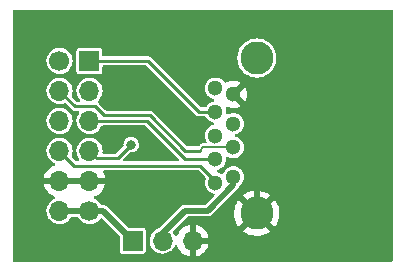
<source format=gtl>
%TF.GenerationSoftware,KiCad,Pcbnew,6.0.11-2627ca5db0~126~ubuntu22.04.1*%
%TF.CreationDate,2023-02-26T23:21:46+01:00*%
%TF.ProjectId,pmod,706d6f64-2e6b-4696-9361-645f70636258,0.7*%
%TF.SameCoordinates,Original*%
%TF.FileFunction,Copper,L1,Top*%
%TF.FilePolarity,Positive*%
%FSLAX46Y46*%
G04 Gerber Fmt 4.6, Leading zero omitted, Abs format (unit mm)*
G04 Created by KiCad (PCBNEW 6.0.11-2627ca5db0~126~ubuntu22.04.1) date 2023-02-26 23:21:46*
%MOMM*%
%LPD*%
G01*
G04 APERTURE LIST*
%TA.AperFunction,ComponentPad*%
%ADD10R,1.700000X1.700000*%
%TD*%
%TA.AperFunction,ComponentPad*%
%ADD11O,1.700000X1.700000*%
%TD*%
%TA.AperFunction,ComponentPad*%
%ADD12C,1.700000*%
%TD*%
%TA.AperFunction,ComponentPad*%
%ADD13C,1.300000*%
%TD*%
%TA.AperFunction,ComponentPad*%
%ADD14C,2.800000*%
%TD*%
%TA.AperFunction,ViaPad*%
%ADD15C,0.800000*%
%TD*%
%TA.AperFunction,Conductor*%
%ADD16C,0.250000*%
%TD*%
%TA.AperFunction,Conductor*%
%ADD17C,0.500000*%
%TD*%
%TA.AperFunction,Conductor*%
%ADD18C,0.200000*%
%TD*%
G04 APERTURE END LIST*
D10*
%TO.P,J1,1,Pin_1*%
%TO.N,/D0*%
X143212400Y-68795480D03*
D11*
%TO.P,J1,2,Pin_2*%
%TO.N,/D1*%
X143212400Y-71335480D03*
%TO.P,J1,3,Pin_3*%
%TO.N,/D2*%
X143212400Y-73875480D03*
%TO.P,J1,4,Pin_4*%
%TO.N,/D3*%
X143212400Y-76415480D03*
%TO.P,J1,5,Pin_5*%
%TO.N,GND*%
X143212400Y-78955480D03*
D12*
%TO.P,J1,6,Pin_6*%
%TO.N,/3V3*%
X143212400Y-81495480D03*
%TO.P,J1,7,Pin_7*%
%TO.N,/D4*%
X140672400Y-68795480D03*
D11*
%TO.P,J1,8,Pin_8*%
%TO.N,/D5*%
X140672400Y-71335480D03*
%TO.P,J1,9,Pin_9*%
%TO.N,/D6*%
X140672400Y-73875480D03*
%TO.P,J1,10,Pin_10*%
%TO.N,/D7*%
X140672400Y-76415480D03*
%TO.P,J1,11,Pin_11*%
%TO.N,GND*%
X140672400Y-78955480D03*
%TO.P,J1,12,Pin_12*%
%TO.N,/3V3*%
X140672400Y-81495480D03*
%TD*%
D13*
%TO.P,J2,1,VBUS*%
%TO.N,/VBUS*%
X155383000Y-78615000D03*
%TO.P,J2,2,D-*%
%TO.N,/D5*%
X155383000Y-76115000D03*
%TO.P,J2,3,D+*%
%TO.N,/D1*%
X155383000Y-74115000D03*
%TO.P,J2,4,GND*%
%TO.N,GND*%
X155383000Y-71615000D03*
%TO.P,J2,5,SSRX-*%
%TO.N,/D3*%
X153883000Y-71115000D03*
%TO.P,J2,6,SSRX+*%
%TO.N,/D0*%
X153883000Y-73115000D03*
%TO.P,J2,7,DRAIN*%
%TO.N,/D6*%
X153883000Y-75115000D03*
%TO.P,J2,8,SSTX-*%
%TO.N,/D2*%
X153883000Y-77115000D03*
%TO.P,J2,9,SSTX+*%
%TO.N,/D7*%
X153883000Y-79115000D03*
D14*
%TO.P,J2,10,SHIELD*%
%TO.N,GND*%
X157383000Y-81685000D03*
%TO.P,J2,11*%
%TO.N,N/C*%
X157383000Y-68545000D03*
%TD*%
D10*
%TO.P,JP1,1,Pin_1*%
%TO.N,/3V3*%
X146870000Y-84005000D03*
D11*
%TO.P,JP1,2,Pin_2*%
%TO.N,/VBUS*%
X149410000Y-84005000D03*
%TO.P,JP1,3,Pin_3*%
%TO.N,GND*%
X151950000Y-84005000D03*
%TD*%
D15*
%TO.N,/D3*%
X146743000Y-75877000D03*
%TO.N,GND*%
X150807000Y-73845000D03*
%TD*%
D16*
%TO.N,/D0*%
X148170480Y-68795480D02*
X152490000Y-73115000D01*
X143212400Y-68795480D02*
X148170480Y-68795480D01*
X152490000Y-73115000D02*
X153883000Y-73115000D01*
%TO.N,/D2*%
X151337894Y-77115000D02*
X153883000Y-77115000D01*
X143212400Y-73875480D02*
X148098374Y-73875480D01*
X148098374Y-73875480D02*
X151337894Y-77115000D01*
%TO.N,/D3*%
X146616000Y-76004000D02*
X145600000Y-77020000D01*
X145600000Y-77020000D02*
X143816920Y-77020000D01*
X146679500Y-75940500D02*
X146616000Y-76004000D01*
X143816920Y-77020000D02*
X143212400Y-76415480D01*
D17*
%TO.N,/3V3*%
X140672400Y-81495480D02*
X143212400Y-81495480D01*
X144355480Y-81495480D02*
X146865000Y-84005000D01*
X143212400Y-81495480D02*
X144355480Y-81495480D01*
%TO.N,GND*%
X157383000Y-73615000D02*
X155383000Y-71615000D01*
X140672400Y-78955480D02*
X143212400Y-78955480D01*
X157383000Y-81685000D02*
X157383000Y-73615000D01*
D18*
%TO.N,/D5*%
X152855000Y-76115000D02*
X155383000Y-76115000D01*
D16*
X143719812Y-72650480D02*
X141987400Y-72650480D01*
D18*
X152585000Y-76385000D02*
X152855000Y-76115000D01*
D16*
X148305480Y-73375480D02*
X144444812Y-73375480D01*
X152585000Y-76385000D02*
X151315000Y-76385000D01*
X151315000Y-76385000D02*
X148305480Y-73375480D01*
X141987400Y-72650480D02*
X140672400Y-71335480D01*
X144444812Y-73375480D02*
X143719812Y-72650480D01*
%TO.N,/D7*%
X140672400Y-76415480D02*
X141911920Y-77655000D01*
X141911920Y-77655000D02*
X152585000Y-77655000D01*
X153883000Y-78953000D02*
X153883000Y-79115000D01*
X152585000Y-77655000D02*
X153883000Y-78953000D01*
D17*
%TO.N,/VBUS*%
X153220000Y-81465000D02*
X151315000Y-81465000D01*
X155383000Y-79302000D02*
X153220000Y-81465000D01*
X149410000Y-83370000D02*
X149410000Y-84005000D01*
X151315000Y-81465000D02*
X149410000Y-83370000D01*
X155383000Y-78615000D02*
X155383000Y-79302000D01*
%TD*%
%TA.AperFunction,Conductor*%
%TO.N,GND*%
G36*
X168880945Y-64463502D02*
G01*
X168927438Y-64517158D01*
X168938823Y-64569526D01*
X168936215Y-75768224D01*
X168933911Y-85660529D01*
X168913893Y-85728645D01*
X168860227Y-85775126D01*
X168807911Y-85786500D01*
X136832500Y-85786500D01*
X136764379Y-85766498D01*
X136717886Y-85712842D01*
X136706500Y-85660500D01*
X136706500Y-79223446D01*
X139340657Y-79223446D01*
X139370965Y-79357926D01*
X139374045Y-79367755D01*
X139454170Y-79565083D01*
X139458813Y-79574274D01*
X139570094Y-79755868D01*
X139576177Y-79764179D01*
X139715613Y-79925147D01*
X139722980Y-79932363D01*
X139886834Y-80068396D01*
X139895281Y-80074311D01*
X140079156Y-80181759D01*
X140088442Y-80186209D01*
X140243202Y-80245305D01*
X140299705Y-80288292D01*
X140323998Y-80355003D01*
X140308368Y-80424258D01*
X140257777Y-80474068D01*
X140241865Y-80481227D01*
X140202006Y-80495932D01*
X140196593Y-80497929D01*
X140022771Y-80601342D01*
X139870705Y-80734700D01*
X139745489Y-80893537D01*
X139651314Y-81072533D01*
X139591337Y-81265693D01*
X139567564Y-81466549D01*
X139580792Y-81668374D01*
X139588268Y-81697812D01*
X139609930Y-81783104D01*
X139630578Y-81864408D01*
X139715256Y-82048087D01*
X139721571Y-82057022D01*
X139791756Y-82156332D01*
X139831988Y-82213260D01*
X139976866Y-82354393D01*
X140145037Y-82466762D01*
X140150340Y-82469040D01*
X140150343Y-82469042D01*
X140238691Y-82506999D01*
X140330870Y-82546602D01*
X140528140Y-82591240D01*
X140533909Y-82591467D01*
X140533912Y-82591467D01*
X140610083Y-82594459D01*
X140730242Y-82599180D01*
X140835794Y-82583876D01*
X140924686Y-82570988D01*
X140924691Y-82570987D01*
X140930407Y-82570158D01*
X140935879Y-82568300D01*
X140935881Y-82568300D01*
X141116467Y-82506999D01*
X141116469Y-82506998D01*
X141121931Y-82505144D01*
X141244417Y-82436549D01*
X141293364Y-82409138D01*
X141293365Y-82409137D01*
X141298401Y-82406317D01*
X141360833Y-82354393D01*
X141449473Y-82280671D01*
X141453905Y-82276985D01*
X141583237Y-82121481D01*
X141586058Y-82116444D01*
X141617436Y-82060414D01*
X141668173Y-82010752D01*
X141727371Y-81995980D01*
X142153188Y-81995980D01*
X142221309Y-82015982D01*
X142256085Y-82049260D01*
X142331756Y-82156332D01*
X142371988Y-82213260D01*
X142516866Y-82354393D01*
X142685037Y-82466762D01*
X142690340Y-82469040D01*
X142690343Y-82469042D01*
X142778691Y-82506999D01*
X142870870Y-82546602D01*
X143068140Y-82591240D01*
X143073909Y-82591467D01*
X143073912Y-82591467D01*
X143150083Y-82594459D01*
X143270242Y-82599180D01*
X143375794Y-82583876D01*
X143464686Y-82570988D01*
X143464691Y-82570987D01*
X143470407Y-82570158D01*
X143475879Y-82568300D01*
X143475881Y-82568300D01*
X143656467Y-82506999D01*
X143656469Y-82506998D01*
X143661931Y-82505144D01*
X143784417Y-82436549D01*
X143833364Y-82409138D01*
X143833365Y-82409137D01*
X143838401Y-82406317D01*
X143900833Y-82354393D01*
X143989473Y-82280671D01*
X143993905Y-82276985D01*
X143997591Y-82272553D01*
X143997596Y-82272548D01*
X144103229Y-82145538D01*
X144162166Y-82105954D01*
X144233148Y-82104518D01*
X144289198Y-82137012D01*
X145732595Y-83580409D01*
X145766621Y-83642721D01*
X145769500Y-83669504D01*
X145769500Y-84879674D01*
X145784034Y-84952740D01*
X145839399Y-85035601D01*
X145922260Y-85090966D01*
X145995326Y-85105500D01*
X147744674Y-85105500D01*
X147817740Y-85090966D01*
X147900601Y-85035601D01*
X147955966Y-84952740D01*
X147970500Y-84879674D01*
X147970500Y-83130326D01*
X147955966Y-83057260D01*
X147900601Y-82974399D01*
X147817740Y-82919034D01*
X147744674Y-82904500D01*
X146524504Y-82904500D01*
X146456383Y-82884498D01*
X146435409Y-82867595D01*
X144759014Y-81191200D01*
X144751548Y-81181856D01*
X144751158Y-81182188D01*
X144745340Y-81175352D01*
X144740550Y-81167760D01*
X144726869Y-81155677D01*
X144700880Y-81132725D01*
X144695192Y-81127378D01*
X144683974Y-81116160D01*
X144680385Y-81113470D01*
X144675796Y-81110030D01*
X144667957Y-81103648D01*
X144639819Y-81078798D01*
X144633092Y-81072857D01*
X144624969Y-81069043D01*
X144621816Y-81066972D01*
X144608804Y-81059153D01*
X144605485Y-81057336D01*
X144598304Y-81051954D01*
X144554741Y-81035623D01*
X144545427Y-81031697D01*
X144511446Y-81015743D01*
X144511443Y-81015742D01*
X144503317Y-81011927D01*
X144494443Y-81010545D01*
X144490830Y-81009441D01*
X144476173Y-81005595D01*
X144472470Y-81004781D01*
X144464060Y-81001628D01*
X144417637Y-80998178D01*
X144407624Y-80997028D01*
X144394471Y-80994980D01*
X144379276Y-80994980D01*
X144369939Y-80994634D01*
X144354516Y-80993488D01*
X144321088Y-80991004D01*
X144312312Y-80992877D01*
X144303355Y-80993488D01*
X144303355Y-80993482D01*
X144289162Y-80994980D01*
X144271062Y-80994980D01*
X144202941Y-80974978D01*
X144160824Y-80927808D01*
X144160325Y-80928114D01*
X144158635Y-80925357D01*
X144158056Y-80924708D01*
X144157307Y-80923189D01*
X144157304Y-80923185D01*
X144154751Y-80918007D01*
X144033735Y-80755947D01*
X144010750Y-80734700D01*
X143889453Y-80622574D01*
X143889451Y-80622572D01*
X143885212Y-80618654D01*
X143857774Y-80601342D01*
X143719037Y-80513805D01*
X143714157Y-80510726D01*
X143637853Y-80480284D01*
X143581994Y-80436463D01*
X143558693Y-80369399D01*
X143575349Y-80300384D01*
X143626673Y-80251330D01*
X143648335Y-80242569D01*
X143704644Y-80225675D01*
X143714242Y-80221913D01*
X143905495Y-80128219D01*
X143914345Y-80122944D01*
X144087728Y-79999272D01*
X144095600Y-79992619D01*
X144246452Y-79842292D01*
X144253130Y-79834445D01*
X144377403Y-79661500D01*
X144382713Y-79652663D01*
X144477070Y-79461747D01*
X144480869Y-79452152D01*
X144542777Y-79248390D01*
X144544955Y-79238317D01*
X144546386Y-79227442D01*
X144544175Y-79213258D01*
X144531017Y-79209480D01*
X139355625Y-79209480D01*
X139342094Y-79213453D01*
X139340657Y-79223446D01*
X136706500Y-79223446D01*
X136706500Y-78689663D01*
X139336789Y-78689663D01*
X139338312Y-78698087D01*
X139350692Y-78701480D01*
X144530744Y-78701480D01*
X144544275Y-78697507D01*
X144545580Y-78688427D01*
X144503614Y-78521355D01*
X144500294Y-78511604D01*
X144415372Y-78316294D01*
X144410505Y-78307219D01*
X144357277Y-78224940D01*
X144337070Y-78156880D01*
X144356866Y-78088699D01*
X144410381Y-78042045D01*
X144463069Y-78030500D01*
X152377273Y-78030500D01*
X152445394Y-78050502D01*
X152466368Y-78067405D01*
X153023260Y-78624297D01*
X153057286Y-78686609D01*
X153053998Y-78752326D01*
X152997326Y-78926744D01*
X152996636Y-78933305D01*
X152996636Y-78933307D01*
X152990782Y-78989007D01*
X152977540Y-79115000D01*
X152978230Y-79121565D01*
X152987888Y-79213453D01*
X152997326Y-79303256D01*
X153055821Y-79483284D01*
X153059124Y-79489006D01*
X153059125Y-79489007D01*
X153063467Y-79496527D01*
X153150467Y-79647216D01*
X153154885Y-79652123D01*
X153154886Y-79652124D01*
X153163336Y-79661508D01*
X153277129Y-79787888D01*
X153430270Y-79899151D01*
X153603197Y-79976144D01*
X153704310Y-79997636D01*
X153766783Y-80031364D01*
X153801105Y-80093514D01*
X153796377Y-80164353D01*
X153767208Y-80209978D01*
X153049591Y-80927595D01*
X152987279Y-80961621D01*
X152960496Y-80964500D01*
X151385181Y-80964500D01*
X151373296Y-80963172D01*
X151373255Y-80963682D01*
X151364309Y-80962962D01*
X151355553Y-80960981D01*
X151320240Y-80963172D01*
X151302736Y-80964258D01*
X151294933Y-80964500D01*
X151279060Y-80964500D01*
X151268948Y-80965948D01*
X151258894Y-80966978D01*
X151230903Y-80968715D01*
X151212462Y-80969859D01*
X151204018Y-80972907D01*
X151200306Y-80973676D01*
X151185601Y-80977343D01*
X151181973Y-80978404D01*
X151173082Y-80979677D01*
X151130718Y-80998939D01*
X151121363Y-81002746D01*
X151086057Y-81015491D01*
X151086053Y-81015493D01*
X151077613Y-81018540D01*
X151070365Y-81023835D01*
X151067025Y-81025611D01*
X151053911Y-81033274D01*
X151050739Y-81035303D01*
X151042572Y-81039016D01*
X151035777Y-81044871D01*
X151035774Y-81044873D01*
X151007325Y-81069387D01*
X150999405Y-81075675D01*
X150988664Y-81083522D01*
X150977921Y-81094265D01*
X150971075Y-81100623D01*
X150933963Y-81132600D01*
X150929080Y-81140134D01*
X150923181Y-81146896D01*
X150923176Y-81146892D01*
X150914200Y-81157986D01*
X149160601Y-82911585D01*
X149115117Y-82940702D01*
X149000722Y-82982905D01*
X148934193Y-83007449D01*
X148760371Y-83110862D01*
X148608305Y-83244220D01*
X148483089Y-83403057D01*
X148388914Y-83582053D01*
X148328937Y-83775213D01*
X148305164Y-83976069D01*
X148318392Y-84177894D01*
X148368178Y-84373928D01*
X148452856Y-84557607D01*
X148456189Y-84562323D01*
X148555032Y-84702183D01*
X148569588Y-84722780D01*
X148714466Y-84863913D01*
X148719270Y-84867123D01*
X148786651Y-84912146D01*
X148882637Y-84976282D01*
X148887940Y-84978560D01*
X148887943Y-84978562D01*
X149051409Y-85048792D01*
X149068470Y-85056122D01*
X149265740Y-85100760D01*
X149271509Y-85100987D01*
X149271512Y-85100987D01*
X149347683Y-85103979D01*
X149467842Y-85108700D01*
X149554132Y-85096189D01*
X149662286Y-85080508D01*
X149662291Y-85080507D01*
X149668007Y-85079678D01*
X149673479Y-85077820D01*
X149673481Y-85077820D01*
X149854067Y-85016519D01*
X149854069Y-85016518D01*
X149859531Y-85014664D01*
X150036001Y-84915837D01*
X150098433Y-84863913D01*
X150187073Y-84790191D01*
X150191505Y-84786505D01*
X150320837Y-84631001D01*
X150419664Y-84454531D01*
X150423419Y-84443468D01*
X150464254Y-84385392D01*
X150530006Y-84358611D01*
X150599799Y-84371630D01*
X150651473Y-84420315D01*
X150659476Y-84436563D01*
X150731770Y-84614603D01*
X150736413Y-84623794D01*
X150847694Y-84805388D01*
X150853777Y-84813699D01*
X150993213Y-84974667D01*
X151000580Y-84981883D01*
X151164434Y-85117916D01*
X151172881Y-85123831D01*
X151356756Y-85231279D01*
X151366042Y-85235729D01*
X151565001Y-85311703D01*
X151574899Y-85314579D01*
X151678250Y-85335606D01*
X151692299Y-85334410D01*
X151696000Y-85324065D01*
X151696000Y-85323517D01*
X152204000Y-85323517D01*
X152208064Y-85337359D01*
X152221478Y-85339393D01*
X152228184Y-85338534D01*
X152238262Y-85336392D01*
X152442255Y-85275191D01*
X152451842Y-85271433D01*
X152643095Y-85177739D01*
X152651945Y-85172464D01*
X152825328Y-85048792D01*
X152833200Y-85042139D01*
X152984052Y-84891812D01*
X152990730Y-84883965D01*
X153115003Y-84711020D01*
X153120313Y-84702183D01*
X153214670Y-84511267D01*
X153218469Y-84501672D01*
X153280377Y-84297910D01*
X153282555Y-84287837D01*
X153283986Y-84276962D01*
X153281775Y-84262778D01*
X153268617Y-84259000D01*
X152222115Y-84259000D01*
X152206876Y-84263475D01*
X152205671Y-84264865D01*
X152204000Y-84272548D01*
X152204000Y-85323517D01*
X151696000Y-85323517D01*
X151696000Y-83732885D01*
X152204000Y-83732885D01*
X152208475Y-83748124D01*
X152209865Y-83749329D01*
X152217548Y-83751000D01*
X153268344Y-83751000D01*
X153281875Y-83747027D01*
X153283180Y-83737947D01*
X153241214Y-83570875D01*
X153237894Y-83561124D01*
X153152972Y-83365814D01*
X153148105Y-83356739D01*
X153048522Y-83202806D01*
X156230361Y-83202806D01*
X156237751Y-83213108D01*
X156279630Y-83247203D01*
X156286909Y-83252318D01*
X156510756Y-83387085D01*
X156518670Y-83391118D01*
X156759286Y-83493006D01*
X156767691Y-83495883D01*
X157020257Y-83562850D01*
X157028989Y-83564516D01*
X157288474Y-83595227D01*
X157297340Y-83595645D01*
X157558561Y-83589490D01*
X157567414Y-83588653D01*
X157825162Y-83545752D01*
X157833796Y-83543679D01*
X158082930Y-83464888D01*
X158091192Y-83461617D01*
X158326731Y-83348513D01*
X158334455Y-83344107D01*
X158528268Y-83214606D01*
X158536556Y-83204688D01*
X158529299Y-83190509D01*
X157395812Y-82057022D01*
X157381868Y-82049408D01*
X157380035Y-82049539D01*
X157373420Y-82053790D01*
X156237527Y-83189683D01*
X156230361Y-83202806D01*
X153048522Y-83202806D01*
X153032426Y-83177926D01*
X153026136Y-83169757D01*
X152882806Y-83012240D01*
X152875273Y-83005215D01*
X152708139Y-82873222D01*
X152699552Y-82867517D01*
X152513117Y-82764599D01*
X152503705Y-82760369D01*
X152302959Y-82689280D01*
X152292988Y-82686646D01*
X152221837Y-82673972D01*
X152208540Y-82675432D01*
X152204000Y-82689989D01*
X152204000Y-83732885D01*
X151696000Y-83732885D01*
X151696000Y-82688102D01*
X151692082Y-82674758D01*
X151677806Y-82672771D01*
X151639324Y-82678660D01*
X151629288Y-82681051D01*
X151426868Y-82747212D01*
X151417359Y-82751209D01*
X151228463Y-82849542D01*
X151219738Y-82855036D01*
X151049433Y-82982905D01*
X151041726Y-82989748D01*
X150894590Y-83143717D01*
X150888104Y-83151727D01*
X150768098Y-83327649D01*
X150763000Y-83336623D01*
X150673338Y-83529783D01*
X150669776Y-83539465D01*
X150663684Y-83561432D01*
X150626204Y-83621730D01*
X150562074Y-83652191D01*
X150491656Y-83643147D01*
X150437307Y-83597467D01*
X150429261Y-83583486D01*
X150428555Y-83582053D01*
X150352351Y-83427527D01*
X150292738Y-83347695D01*
X150268006Y-83281147D01*
X150283180Y-83211790D01*
X150304601Y-83183212D01*
X151485408Y-82002405D01*
X151547720Y-81968379D01*
X151574503Y-81965500D01*
X153149819Y-81965500D01*
X153161704Y-81966828D01*
X153161745Y-81966318D01*
X153170691Y-81967038D01*
X153179447Y-81969019D01*
X153232263Y-81965742D01*
X153240067Y-81965500D01*
X153255940Y-81965500D01*
X153266052Y-81964052D01*
X153276106Y-81963022D01*
X153304097Y-81961285D01*
X153322538Y-81960141D01*
X153330982Y-81957093D01*
X153334694Y-81956324D01*
X153349399Y-81952657D01*
X153353027Y-81951596D01*
X153361918Y-81950323D01*
X153404282Y-81931061D01*
X153413637Y-81927254D01*
X153448943Y-81914509D01*
X153448947Y-81914507D01*
X153457387Y-81911460D01*
X153464635Y-81906165D01*
X153467975Y-81904389D01*
X153481089Y-81896726D01*
X153484261Y-81894697D01*
X153492428Y-81890984D01*
X153499223Y-81885129D01*
X153499226Y-81885127D01*
X153527675Y-81860613D01*
X153535596Y-81854324D01*
X153542402Y-81849352D01*
X153546336Y-81846478D01*
X153557079Y-81835735D01*
X153563926Y-81829377D01*
X153594237Y-81803259D01*
X153601037Y-81797400D01*
X153605920Y-81789866D01*
X153611819Y-81783104D01*
X153611824Y-81783108D01*
X153620800Y-81772014D01*
X153763447Y-81629367D01*
X155471245Y-81629367D01*
X155481503Y-81890459D01*
X155482478Y-81899288D01*
X155529422Y-82156332D01*
X155531631Y-82164934D01*
X155614324Y-82412796D01*
X155617728Y-82421014D01*
X155734519Y-82654750D01*
X155739043Y-82662398D01*
X155854352Y-82829235D01*
X155864673Y-82837589D01*
X155878323Y-82830467D01*
X157010978Y-81697812D01*
X157017356Y-81686132D01*
X157747408Y-81686132D01*
X157747539Y-81687965D01*
X157751790Y-81694580D01*
X158888517Y-82831307D01*
X158901917Y-82838624D01*
X158911821Y-82831637D01*
X158927686Y-82812763D01*
X158932905Y-82805580D01*
X159071171Y-82583876D01*
X159075333Y-82576017D01*
X159180988Y-82337030D01*
X159183994Y-82328680D01*
X159254921Y-82077192D01*
X159256722Y-82068499D01*
X159291672Y-81808292D01*
X159292200Y-81801899D01*
X159295773Y-81688222D01*
X159295646Y-81681779D01*
X159277106Y-81419923D01*
X159275853Y-81411119D01*
X159220858Y-81155677D01*
X159218379Y-81147144D01*
X159127941Y-80902002D01*
X159124286Y-80893907D01*
X159000206Y-80663947D01*
X158995447Y-80656449D01*
X158910759Y-80541790D01*
X158899631Y-80533348D01*
X158887038Y-80540172D01*
X157755022Y-81672188D01*
X157747408Y-81686132D01*
X157017356Y-81686132D01*
X157018592Y-81683868D01*
X157018461Y-81682035D01*
X157014210Y-81675420D01*
X155878819Y-80540029D01*
X155865978Y-80533017D01*
X155855289Y-80540813D01*
X155803663Y-80606299D01*
X155798658Y-80613663D01*
X155667420Y-80839605D01*
X155663516Y-80847575D01*
X155565420Y-81089763D01*
X155562676Y-81098207D01*
X155499683Y-81351800D01*
X155498156Y-81360551D01*
X155471524Y-81620483D01*
X155471245Y-81629367D01*
X153763447Y-81629367D01*
X155225125Y-80167688D01*
X156231045Y-80167688D01*
X156238025Y-80180815D01*
X157370188Y-81312978D01*
X157384132Y-81320592D01*
X157385965Y-81320461D01*
X157392580Y-81316210D01*
X158527804Y-80180986D01*
X158534658Y-80168434D01*
X158526450Y-80157363D01*
X158436762Y-80088916D01*
X158429313Y-80084023D01*
X158201353Y-79956359D01*
X158193303Y-79952571D01*
X157949617Y-79858295D01*
X157941127Y-79855683D01*
X157686578Y-79796683D01*
X157677800Y-79795293D01*
X157417478Y-79772746D01*
X157408607Y-79772606D01*
X157147696Y-79786965D01*
X157138886Y-79788079D01*
X156882607Y-79839055D01*
X156874050Y-79841396D01*
X156627496Y-79927980D01*
X156619362Y-79931500D01*
X156387477Y-80051955D01*
X156379905Y-80056594D01*
X156239447Y-80156967D01*
X156231045Y-80167688D01*
X155225125Y-80167688D01*
X155687278Y-79705535D01*
X155696624Y-79698068D01*
X155696292Y-79697678D01*
X155703128Y-79691860D01*
X155710720Y-79687070D01*
X155733303Y-79661500D01*
X155745763Y-79647391D01*
X155751110Y-79641703D01*
X155762320Y-79630493D01*
X155765010Y-79626904D01*
X155768444Y-79622323D01*
X155774827Y-79614482D01*
X155799679Y-79586342D01*
X155805623Y-79579612D01*
X155809438Y-79571487D01*
X155811520Y-79568317D01*
X155819323Y-79555330D01*
X155821143Y-79552006D01*
X155826526Y-79544824D01*
X155842857Y-79501261D01*
X155846783Y-79491947D01*
X155862737Y-79457966D01*
X155862738Y-79457963D01*
X155866553Y-79449837D01*
X155867935Y-79440963D01*
X155869039Y-79437350D01*
X155872889Y-79422678D01*
X155873701Y-79418985D01*
X155876852Y-79410580D01*
X155877122Y-79406941D01*
X155909997Y-79347056D01*
X155924831Y-79334416D01*
X155983532Y-79291767D01*
X155988871Y-79287888D01*
X156024436Y-79248390D01*
X156111114Y-79152124D01*
X156111115Y-79152123D01*
X156115533Y-79147216D01*
X156210179Y-78983284D01*
X156268674Y-78803256D01*
X156274617Y-78746716D01*
X156287770Y-78621565D01*
X156288460Y-78615000D01*
X156268674Y-78426744D01*
X156210179Y-78246716D01*
X156205290Y-78238247D01*
X156118836Y-78088505D01*
X156115533Y-78082784D01*
X156086466Y-78050502D01*
X155993286Y-77947015D01*
X155993284Y-77947014D01*
X155988871Y-77942112D01*
X155835730Y-77830849D01*
X155662803Y-77753856D01*
X155564788Y-77733022D01*
X155484103Y-77715872D01*
X155484099Y-77715872D01*
X155477646Y-77714500D01*
X155288354Y-77714500D01*
X155281901Y-77715872D01*
X155281897Y-77715872D01*
X155201212Y-77733022D01*
X155103197Y-77753856D01*
X154930270Y-77830849D01*
X154777129Y-77942112D01*
X154772716Y-77947014D01*
X154772714Y-77947015D01*
X154679534Y-78050502D01*
X154650467Y-78082784D01*
X154647164Y-78088505D01*
X154560711Y-78238247D01*
X154555821Y-78246716D01*
X154553779Y-78253001D01*
X154553778Y-78253003D01*
X154545263Y-78279210D01*
X154505190Y-78337816D01*
X154439794Y-78365454D01*
X154369837Y-78353348D01*
X154351371Y-78342212D01*
X154341075Y-78334732D01*
X154341073Y-78334731D01*
X154335730Y-78330849D01*
X154162803Y-78253856D01*
X154089368Y-78238247D01*
X154026895Y-78204519D01*
X153992573Y-78142369D01*
X153997301Y-78071530D01*
X154039577Y-78014492D01*
X154089368Y-77991753D01*
X154094282Y-77990708D01*
X154162803Y-77976144D01*
X154335730Y-77899151D01*
X154345335Y-77892173D01*
X154483532Y-77791767D01*
X154488871Y-77787888D01*
X154517093Y-77756545D01*
X154611114Y-77652124D01*
X154611115Y-77652123D01*
X154615533Y-77647216D01*
X154674401Y-77545253D01*
X154706875Y-77489007D01*
X154706876Y-77489006D01*
X154710179Y-77483284D01*
X154768674Y-77303256D01*
X154772132Y-77270360D01*
X154787770Y-77121565D01*
X154788460Y-77115000D01*
X154780510Y-77039359D01*
X154793282Y-76969521D01*
X154841784Y-76917674D01*
X154910617Y-76900280D01*
X154957065Y-76911081D01*
X155103197Y-76976144D01*
X155201212Y-76996978D01*
X155281897Y-77014128D01*
X155281901Y-77014128D01*
X155288354Y-77015500D01*
X155477646Y-77015500D01*
X155484099Y-77014128D01*
X155484103Y-77014128D01*
X155564788Y-76996978D01*
X155662803Y-76976144D01*
X155835730Y-76899151D01*
X155988871Y-76787888D01*
X155997049Y-76778806D01*
X156111114Y-76652124D01*
X156111115Y-76652123D01*
X156115533Y-76647216D01*
X156156782Y-76575771D01*
X156206875Y-76489007D01*
X156206876Y-76489006D01*
X156210179Y-76483284D01*
X156268674Y-76303256D01*
X156277443Y-76219828D01*
X156287770Y-76121565D01*
X156288460Y-76115000D01*
X156277069Y-76006621D01*
X156269364Y-75933307D01*
X156269364Y-75933305D01*
X156268674Y-75926744D01*
X156210179Y-75746716D01*
X156199509Y-75728234D01*
X156118836Y-75588505D01*
X156115533Y-75582784D01*
X156111114Y-75577876D01*
X155993286Y-75447015D01*
X155993284Y-75447014D01*
X155988871Y-75442112D01*
X155859232Y-75347924D01*
X155841072Y-75334730D01*
X155841071Y-75334729D01*
X155835730Y-75330849D01*
X155662803Y-75253856D01*
X155589368Y-75238247D01*
X155526895Y-75204519D01*
X155492573Y-75142369D01*
X155497301Y-75071530D01*
X155539577Y-75014492D01*
X155589368Y-74991753D01*
X155594282Y-74990708D01*
X155662803Y-74976144D01*
X155835730Y-74899151D01*
X155904700Y-74849042D01*
X155983532Y-74791767D01*
X155988871Y-74787888D01*
X156020284Y-74753001D01*
X156111114Y-74652124D01*
X156111115Y-74652123D01*
X156115533Y-74647216D01*
X156210179Y-74483284D01*
X156268674Y-74303256D01*
X156271998Y-74271635D01*
X156287770Y-74121565D01*
X156288460Y-74115000D01*
X156280510Y-74039359D01*
X156269364Y-73933307D01*
X156269364Y-73933305D01*
X156268674Y-73926744D01*
X156210179Y-73746716D01*
X156168238Y-73674071D01*
X156118836Y-73588505D01*
X156115533Y-73582784D01*
X156111114Y-73577876D01*
X155993286Y-73447015D01*
X155993284Y-73447014D01*
X155988871Y-73442112D01*
X155919531Y-73391734D01*
X155841072Y-73334730D01*
X155841071Y-73334729D01*
X155835730Y-73330849D01*
X155662803Y-73253856D01*
X155550498Y-73229985D01*
X155484103Y-73215872D01*
X155484099Y-73215872D01*
X155477646Y-73214500D01*
X155288354Y-73214500D01*
X155281901Y-73215872D01*
X155281897Y-73215872D01*
X155215502Y-73229985D01*
X155103197Y-73253856D01*
X154957066Y-73318918D01*
X154886702Y-73328352D01*
X154822405Y-73298246D01*
X154784592Y-73238157D01*
X154780510Y-73190641D01*
X154787770Y-73121565D01*
X154788460Y-73115000D01*
X154778778Y-73022875D01*
X154769364Y-72933307D01*
X154769364Y-72933305D01*
X154768674Y-72926744D01*
X154735562Y-72824836D01*
X154733534Y-72753871D01*
X154770196Y-72693073D01*
X154833908Y-72661748D01*
X154905133Y-72670134D01*
X155018318Y-72718762D01*
X155029261Y-72722317D01*
X155225567Y-72766737D01*
X155236975Y-72768239D01*
X155438096Y-72776140D01*
X155449580Y-72775538D01*
X155648774Y-72746657D01*
X155659957Y-72743972D01*
X155850547Y-72679276D01*
X155861060Y-72674595D01*
X155987766Y-72603635D01*
X155997631Y-72593557D01*
X155994675Y-72585885D01*
X155112885Y-71704095D01*
X155078859Y-71641783D01*
X155080694Y-71616132D01*
X155747408Y-71616132D01*
X155747539Y-71617965D01*
X155751790Y-71624580D01*
X156349971Y-72222761D01*
X156362351Y-72229521D01*
X156368931Y-72224595D01*
X156442595Y-72093060D01*
X156447276Y-72082547D01*
X156511972Y-71891957D01*
X156514657Y-71880774D01*
X156543834Y-71679539D01*
X156544464Y-71672157D01*
X156545864Y-71618704D01*
X156545621Y-71611305D01*
X156527016Y-71408824D01*
X156524918Y-71397503D01*
X156470287Y-71203797D01*
X156466163Y-71193050D01*
X156377141Y-71012534D01*
X156373617Y-71006784D01*
X156363595Y-70999262D01*
X156351176Y-71006034D01*
X155755022Y-71602188D01*
X155747408Y-71616132D01*
X155080694Y-71616132D01*
X155083924Y-71570968D01*
X155112885Y-71525905D01*
X155989533Y-70649257D01*
X155996293Y-70636877D01*
X155990263Y-70628822D01*
X155915857Y-70581875D01*
X155905609Y-70576654D01*
X155718663Y-70502070D01*
X155707635Y-70498803D01*
X155510230Y-70459537D01*
X155498784Y-70458334D01*
X155297537Y-70455700D01*
X155286057Y-70456603D01*
X155087701Y-70490687D01*
X155076581Y-70493667D01*
X154887748Y-70563331D01*
X154877370Y-70568281D01*
X154785393Y-70623002D01*
X154716623Y-70640642D01*
X154649233Y-70618302D01*
X154619031Y-70588774D01*
X154618836Y-70588505D01*
X154615533Y-70582784D01*
X154604822Y-70570888D01*
X154493286Y-70447015D01*
X154493284Y-70447014D01*
X154488871Y-70442112D01*
X154483532Y-70438233D01*
X154341072Y-70334730D01*
X154341071Y-70334729D01*
X154335730Y-70330849D01*
X154162803Y-70253856D01*
X154064788Y-70233022D01*
X153984103Y-70215872D01*
X153984099Y-70215872D01*
X153977646Y-70214500D01*
X153788354Y-70214500D01*
X153781901Y-70215872D01*
X153781897Y-70215872D01*
X153701212Y-70233022D01*
X153603197Y-70253856D01*
X153430270Y-70330849D01*
X153424929Y-70334729D01*
X153424928Y-70334730D01*
X153282468Y-70438233D01*
X153277129Y-70442112D01*
X153272716Y-70447014D01*
X153272714Y-70447015D01*
X153161178Y-70570888D01*
X153150467Y-70582784D01*
X153147164Y-70588505D01*
X153060480Y-70738647D01*
X153055821Y-70746716D01*
X152997326Y-70926744D01*
X152977540Y-71115000D01*
X152997326Y-71303256D01*
X153055821Y-71483284D01*
X153059124Y-71489006D01*
X153059125Y-71489007D01*
X153070307Y-71508374D01*
X153150467Y-71647216D01*
X153154885Y-71652123D01*
X153154886Y-71652124D01*
X153269619Y-71779547D01*
X153277129Y-71787888D01*
X153282468Y-71791767D01*
X153421533Y-71892803D01*
X153430270Y-71899151D01*
X153603197Y-71976144D01*
X153671718Y-71990708D01*
X153676632Y-71991753D01*
X153739105Y-72025481D01*
X153773427Y-72087631D01*
X153768699Y-72158470D01*
X153726423Y-72215508D01*
X153676632Y-72238247D01*
X153603197Y-72253856D01*
X153430270Y-72330849D01*
X153424929Y-72334729D01*
X153424928Y-72334730D01*
X153376464Y-72369941D01*
X153277129Y-72442112D01*
X153150467Y-72582784D01*
X153147164Y-72588505D01*
X153096360Y-72676500D01*
X153044978Y-72725493D01*
X152987241Y-72739500D01*
X152697727Y-72739500D01*
X152629606Y-72719498D01*
X152608632Y-72702595D01*
X148473828Y-68567791D01*
X148459103Y-68549560D01*
X148457702Y-68548020D01*
X148455752Y-68545000D01*
X155727396Y-68545000D01*
X155747779Y-68803994D01*
X155748933Y-68808801D01*
X155748934Y-68808807D01*
X155785859Y-68962606D01*
X155808427Y-69056610D01*
X155810320Y-69061181D01*
X155810321Y-69061183D01*
X155855801Y-69170980D01*
X155907846Y-69296628D01*
X156043588Y-69518140D01*
X156096995Y-69580671D01*
X156204307Y-69706317D01*
X156212311Y-69715689D01*
X156409860Y-69884412D01*
X156631372Y-70020154D01*
X156635942Y-70022047D01*
X156635946Y-70022049D01*
X156866817Y-70117679D01*
X156871390Y-70119573D01*
X156959724Y-70140780D01*
X157119193Y-70179066D01*
X157119199Y-70179067D01*
X157124006Y-70180221D01*
X157383000Y-70200604D01*
X157641994Y-70180221D01*
X157646801Y-70179067D01*
X157646807Y-70179066D01*
X157806276Y-70140780D01*
X157894610Y-70119573D01*
X157899183Y-70117679D01*
X158130054Y-70022049D01*
X158130058Y-70022047D01*
X158134628Y-70020154D01*
X158356140Y-69884412D01*
X158553689Y-69715689D01*
X158561694Y-69706317D01*
X158669005Y-69580671D01*
X158722412Y-69518140D01*
X158858154Y-69296628D01*
X158910200Y-69170980D01*
X158955679Y-69061183D01*
X158955680Y-69061181D01*
X158957573Y-69056610D01*
X158980141Y-68962606D01*
X159017066Y-68808807D01*
X159017067Y-68808801D01*
X159018221Y-68803994D01*
X159038604Y-68545000D01*
X159018221Y-68286006D01*
X159017067Y-68281199D01*
X159017066Y-68281193D01*
X158978780Y-68121724D01*
X158957573Y-68033390D01*
X158913502Y-67926993D01*
X158860049Y-67797946D01*
X158860047Y-67797942D01*
X158858154Y-67793372D01*
X158722412Y-67571860D01*
X158553689Y-67374311D01*
X158356140Y-67205588D01*
X158134628Y-67069846D01*
X158130058Y-67067953D01*
X158130054Y-67067951D01*
X157899183Y-66972321D01*
X157899181Y-66972320D01*
X157894610Y-66970427D01*
X157806276Y-66949220D01*
X157646807Y-66910934D01*
X157646801Y-66910933D01*
X157641994Y-66909779D01*
X157383000Y-66889396D01*
X157124006Y-66909779D01*
X157119199Y-66910933D01*
X157119193Y-66910934D01*
X156959724Y-66949220D01*
X156871390Y-66970427D01*
X156866819Y-66972320D01*
X156866817Y-66972321D01*
X156635946Y-67067951D01*
X156635942Y-67067953D01*
X156631372Y-67069846D01*
X156409860Y-67205588D01*
X156212311Y-67374311D01*
X156043588Y-67571860D01*
X155907846Y-67793372D01*
X155905953Y-67797942D01*
X155905951Y-67797946D01*
X155852498Y-67926993D01*
X155808427Y-68033390D01*
X155787220Y-68121724D01*
X155748934Y-68281193D01*
X155748933Y-68281199D01*
X155747779Y-68286006D01*
X155727396Y-68545000D01*
X148455752Y-68545000D01*
X148452052Y-68539270D01*
X148426015Y-68518744D01*
X148421648Y-68514863D01*
X148421582Y-68514941D01*
X148417624Y-68511587D01*
X148413942Y-68507905D01*
X148409711Y-68504882D01*
X148409708Y-68504879D01*
X148404889Y-68501436D01*
X148398428Y-68496819D01*
X148393692Y-68493263D01*
X148353880Y-68461877D01*
X148345331Y-68458875D01*
X148337961Y-68453608D01*
X148304683Y-68443656D01*
X148289410Y-68439088D01*
X148283766Y-68437254D01*
X148243415Y-68423084D01*
X148243409Y-68423083D01*
X148235932Y-68420457D01*
X148230425Y-68419980D01*
X148227718Y-68419980D01*
X148225145Y-68419869D01*
X148224986Y-68419821D01*
X148224992Y-68419677D01*
X148224372Y-68419638D01*
X148218193Y-68417790D01*
X148164925Y-68419883D01*
X148159978Y-68419980D01*
X144438900Y-68419980D01*
X144370779Y-68399978D01*
X144324286Y-68346322D01*
X144312900Y-68293980D01*
X144312900Y-67920806D01*
X144298366Y-67847740D01*
X144243001Y-67764879D01*
X144160140Y-67709514D01*
X144087074Y-67694980D01*
X142337726Y-67694980D01*
X142264660Y-67709514D01*
X142181799Y-67764879D01*
X142126434Y-67847740D01*
X142111900Y-67920806D01*
X142111900Y-69670154D01*
X142126434Y-69743220D01*
X142181799Y-69826081D01*
X142264660Y-69881446D01*
X142337726Y-69895980D01*
X144087074Y-69895980D01*
X144160140Y-69881446D01*
X144243001Y-69826081D01*
X144298366Y-69743220D01*
X144312900Y-69670154D01*
X144312900Y-69296980D01*
X144332902Y-69228859D01*
X144386558Y-69182366D01*
X144438900Y-69170980D01*
X147962753Y-69170980D01*
X148030874Y-69190982D01*
X148051848Y-69207885D01*
X152186654Y-73342692D01*
X152201367Y-73360909D01*
X152202778Y-73362460D01*
X152208428Y-73371210D01*
X152216608Y-73377658D01*
X152216610Y-73377661D01*
X152234461Y-73391734D01*
X152238835Y-73395621D01*
X152238901Y-73395543D01*
X152242860Y-73398898D01*
X152246538Y-73402576D01*
X152250762Y-73405595D01*
X152250771Y-73405602D01*
X152262074Y-73413679D01*
X152266820Y-73417243D01*
X152306600Y-73448603D01*
X152315148Y-73451605D01*
X152322519Y-73456872D01*
X152332492Y-73459855D01*
X152332495Y-73459856D01*
X152371083Y-73471396D01*
X152376730Y-73473231D01*
X152417064Y-73487395D01*
X152417065Y-73487395D01*
X152424548Y-73490023D01*
X152430055Y-73490500D01*
X152432762Y-73490500D01*
X152435332Y-73490611D01*
X152435494Y-73490659D01*
X152435488Y-73490804D01*
X152436108Y-73490843D01*
X152442287Y-73492691D01*
X152495581Y-73490597D01*
X152500527Y-73490500D01*
X152987241Y-73490500D01*
X153055362Y-73510502D01*
X153096360Y-73553500D01*
X153150467Y-73647216D01*
X153154885Y-73652123D01*
X153154886Y-73652124D01*
X153245717Y-73753001D01*
X153277129Y-73787888D01*
X153282468Y-73791767D01*
X153402788Y-73879184D01*
X153430270Y-73899151D01*
X153603197Y-73976144D01*
X153671718Y-73990708D01*
X153676632Y-73991753D01*
X153739105Y-74025481D01*
X153773427Y-74087631D01*
X153768699Y-74158470D01*
X153726423Y-74215508D01*
X153676632Y-74238247D01*
X153603197Y-74253856D01*
X153430270Y-74330849D01*
X153277129Y-74442112D01*
X153272716Y-74447014D01*
X153272714Y-74447015D01*
X153154886Y-74577876D01*
X153150467Y-74582784D01*
X153055821Y-74746716D01*
X152997326Y-74926744D01*
X152996636Y-74933305D01*
X152996636Y-74933307D01*
X152985490Y-75039359D01*
X152977540Y-75115000D01*
X152978230Y-75121565D01*
X152993705Y-75268799D01*
X152997326Y-75303256D01*
X153055821Y-75483284D01*
X153059124Y-75489006D01*
X153059125Y-75489007D01*
X153109062Y-75575500D01*
X153125800Y-75644495D01*
X153102580Y-75711587D01*
X153046773Y-75755474D01*
X152999943Y-75764500D01*
X152905826Y-75764500D01*
X152886727Y-75762467D01*
X152881923Y-75762240D01*
X152871740Y-75760048D01*
X152861398Y-75761272D01*
X152841501Y-75763627D01*
X152836253Y-75763936D01*
X152836264Y-75764072D01*
X152831085Y-75764500D01*
X152825885Y-75764500D01*
X152820759Y-75765353D01*
X152820750Y-75765354D01*
X152808537Y-75767387D01*
X152802661Y-75768224D01*
X152766203Y-75772539D01*
X152766202Y-75772539D01*
X152755862Y-75773763D01*
X152748239Y-75777424D01*
X152739897Y-75778812D01*
X152730730Y-75783758D01*
X152730731Y-75783758D01*
X152698436Y-75801184D01*
X152693145Y-75803880D01*
X152650674Y-75824274D01*
X152646726Y-75827592D01*
X152644787Y-75829531D01*
X152643196Y-75830990D01*
X152642706Y-75831254D01*
X152642687Y-75831234D01*
X152642598Y-75831313D01*
X152637206Y-75834222D01*
X152630136Y-75841870D01*
X152630135Y-75841871D01*
X152603545Y-75870636D01*
X152600116Y-75874202D01*
X152501723Y-75972595D01*
X152439411Y-76006621D01*
X152412628Y-76009500D01*
X151522727Y-76009500D01*
X151454606Y-75989498D01*
X151433632Y-75972595D01*
X148608828Y-73147791D01*
X148594103Y-73129560D01*
X148592702Y-73128020D01*
X148587052Y-73119270D01*
X148561015Y-73098744D01*
X148556648Y-73094863D01*
X148556582Y-73094941D01*
X148552624Y-73091587D01*
X148548942Y-73087905D01*
X148544711Y-73084882D01*
X148544708Y-73084879D01*
X148539889Y-73081436D01*
X148533428Y-73076819D01*
X148528692Y-73073263D01*
X148488880Y-73041877D01*
X148480331Y-73038875D01*
X148472961Y-73033608D01*
X148437072Y-73022875D01*
X148424410Y-73019088D01*
X148418766Y-73017254D01*
X148378415Y-73003084D01*
X148378409Y-73003083D01*
X148370932Y-73000457D01*
X148365425Y-72999980D01*
X148362718Y-72999980D01*
X148360145Y-72999869D01*
X148359986Y-72999821D01*
X148359992Y-72999677D01*
X148359372Y-72999638D01*
X148353193Y-72997790D01*
X148299925Y-72999883D01*
X148294978Y-72999980D01*
X144652539Y-72999980D01*
X144584418Y-72979978D01*
X144563444Y-72963075D01*
X144023160Y-72422791D01*
X144008435Y-72404560D01*
X144007034Y-72403020D01*
X144001384Y-72394270D01*
X143975347Y-72373744D01*
X143970980Y-72369863D01*
X143970914Y-72369941D01*
X143966959Y-72366590D01*
X143963274Y-72362905D01*
X143953586Y-72355982D01*
X143909794Y-72300101D01*
X143903166Y-72229415D01*
X143935805Y-72166366D01*
X143946279Y-72156596D01*
X143989468Y-72120676D01*
X143989473Y-72120671D01*
X143993905Y-72116985D01*
X144123237Y-71961481D01*
X144222064Y-71785011D01*
X144249532Y-71704095D01*
X144285220Y-71598961D01*
X144285220Y-71598959D01*
X144287078Y-71593487D01*
X144287907Y-71587771D01*
X144287908Y-71587766D01*
X144313852Y-71408824D01*
X144316100Y-71393322D01*
X144317615Y-71335480D01*
X144299108Y-71134071D01*
X144293730Y-71115000D01*
X144245776Y-70944970D01*
X144244207Y-70939406D01*
X144154751Y-70758007D01*
X144136479Y-70733537D01*
X144037188Y-70600571D01*
X144037187Y-70600570D01*
X144033735Y-70595947D01*
X144029499Y-70592031D01*
X143889453Y-70462574D01*
X143889451Y-70462572D01*
X143885212Y-70458654D01*
X143857774Y-70441342D01*
X143719037Y-70353805D01*
X143714157Y-70350726D01*
X143526298Y-70275778D01*
X143327926Y-70236319D01*
X143322152Y-70236243D01*
X143322148Y-70236243D01*
X143219657Y-70234902D01*
X143125686Y-70233672D01*
X143119989Y-70234651D01*
X143119988Y-70234651D01*
X142932046Y-70266945D01*
X142932045Y-70266945D01*
X142926349Y-70267924D01*
X142736593Y-70337929D01*
X142562771Y-70441342D01*
X142410705Y-70574700D01*
X142285489Y-70733537D01*
X142191314Y-70912533D01*
X142131337Y-71105693D01*
X142107564Y-71306549D01*
X142120792Y-71508374D01*
X142136689Y-71570968D01*
X142157300Y-71652124D01*
X142170578Y-71704408D01*
X142255256Y-71888087D01*
X142371988Y-72053260D01*
X142377601Y-72058728D01*
X142378080Y-72059577D01*
X142379877Y-72061682D01*
X142379464Y-72062035D01*
X142412437Y-72120588D01*
X142408300Y-72191463D01*
X142366501Y-72248851D01*
X142300311Y-72274531D01*
X142289678Y-72274980D01*
X142195127Y-72274980D01*
X142127006Y-72254978D01*
X142106032Y-72238075D01*
X141730094Y-71862137D01*
X141696068Y-71799825D01*
X141699876Y-71732541D01*
X141745219Y-71598965D01*
X141745220Y-71598960D01*
X141747078Y-71593487D01*
X141747907Y-71587771D01*
X141747908Y-71587766D01*
X141773852Y-71408824D01*
X141776100Y-71393322D01*
X141777615Y-71335480D01*
X141759108Y-71134071D01*
X141753730Y-71115000D01*
X141705776Y-70944970D01*
X141704207Y-70939406D01*
X141614751Y-70758007D01*
X141596479Y-70733537D01*
X141497188Y-70600571D01*
X141497187Y-70600570D01*
X141493735Y-70595947D01*
X141489499Y-70592031D01*
X141349453Y-70462574D01*
X141349451Y-70462572D01*
X141345212Y-70458654D01*
X141317774Y-70441342D01*
X141179037Y-70353805D01*
X141174157Y-70350726D01*
X140986298Y-70275778D01*
X140787926Y-70236319D01*
X140782152Y-70236243D01*
X140782148Y-70236243D01*
X140679657Y-70234902D01*
X140585686Y-70233672D01*
X140579989Y-70234651D01*
X140579988Y-70234651D01*
X140392046Y-70266945D01*
X140392045Y-70266945D01*
X140386349Y-70267924D01*
X140196593Y-70337929D01*
X140022771Y-70441342D01*
X139870705Y-70574700D01*
X139745489Y-70733537D01*
X139651314Y-70912533D01*
X139591337Y-71105693D01*
X139567564Y-71306549D01*
X139580792Y-71508374D01*
X139596689Y-71570968D01*
X139617300Y-71652124D01*
X139630578Y-71704408D01*
X139715256Y-71888087D01*
X139831988Y-72053260D01*
X139976866Y-72194393D01*
X140145037Y-72306762D01*
X140150340Y-72309040D01*
X140150343Y-72309042D01*
X140291909Y-72369863D01*
X140330870Y-72386602D01*
X140528140Y-72431240D01*
X140533909Y-72431467D01*
X140533912Y-72431467D01*
X140610083Y-72434459D01*
X140730242Y-72439180D01*
X140816532Y-72426669D01*
X140924686Y-72410988D01*
X140924691Y-72410987D01*
X140930407Y-72410158D01*
X140935880Y-72408300D01*
X140935885Y-72408299D01*
X141069461Y-72362956D01*
X141140396Y-72360000D01*
X141199057Y-72393174D01*
X141684052Y-72878169D01*
X141698777Y-72896400D01*
X141700178Y-72897940D01*
X141705828Y-72906690D01*
X141714006Y-72913137D01*
X141731865Y-72927216D01*
X141736232Y-72931097D01*
X141736298Y-72931019D01*
X141740256Y-72934373D01*
X141743938Y-72938055D01*
X141748169Y-72941078D01*
X141748172Y-72941081D01*
X141752991Y-72944524D01*
X141759452Y-72949141D01*
X141764181Y-72952692D01*
X141804000Y-72984083D01*
X141812549Y-72987085D01*
X141819919Y-72992352D01*
X141829900Y-72995337D01*
X141868483Y-73006876D01*
X141874130Y-73008711D01*
X141914464Y-73022875D01*
X141914465Y-73022875D01*
X141921948Y-73025503D01*
X141927455Y-73025980D01*
X141930162Y-73025980D01*
X141932732Y-73026091D01*
X141932894Y-73026139D01*
X141932888Y-73026284D01*
X141933508Y-73026323D01*
X141939687Y-73028171D01*
X141992981Y-73026077D01*
X141997927Y-73025980D01*
X142220872Y-73025980D01*
X142288993Y-73045982D01*
X142335486Y-73099638D01*
X142345590Y-73169912D01*
X142319824Y-73229983D01*
X142285489Y-73273537D01*
X142191314Y-73452533D01*
X142131337Y-73645693D01*
X142107564Y-73846549D01*
X142120792Y-74048374D01*
X142137713Y-74115000D01*
X142160448Y-74204519D01*
X142170578Y-74244408D01*
X142255256Y-74428087D01*
X142265168Y-74442112D01*
X142368628Y-74588505D01*
X142371988Y-74593260D01*
X142516866Y-74734393D01*
X142521670Y-74737603D01*
X142544715Y-74753001D01*
X142685037Y-74846762D01*
X142690340Y-74849040D01*
X142690343Y-74849042D01*
X142834746Y-74911082D01*
X142870870Y-74926602D01*
X143068140Y-74971240D01*
X143073909Y-74971467D01*
X143073912Y-74971467D01*
X143150083Y-74974459D01*
X143270242Y-74979180D01*
X143356532Y-74966669D01*
X143464686Y-74950988D01*
X143464691Y-74950987D01*
X143470407Y-74950158D01*
X143475879Y-74948300D01*
X143475881Y-74948300D01*
X143656467Y-74886999D01*
X143656469Y-74886998D01*
X143661931Y-74885144D01*
X143784417Y-74816549D01*
X143833364Y-74789138D01*
X143833365Y-74789137D01*
X143838401Y-74786317D01*
X143900833Y-74734393D01*
X143989473Y-74660671D01*
X143993905Y-74656985D01*
X144123237Y-74501481D01*
X144136948Y-74476999D01*
X144216621Y-74334730D01*
X144222064Y-74325011D01*
X144222255Y-74324449D01*
X144267147Y-74271635D01*
X144336272Y-74250980D01*
X147890647Y-74250980D01*
X147958768Y-74270982D01*
X147979742Y-74287885D01*
X150756262Y-77064405D01*
X150790288Y-77126717D01*
X150785223Y-77197532D01*
X150742676Y-77254368D01*
X150676156Y-77279179D01*
X150667167Y-77279500D01*
X146175727Y-77279500D01*
X146107606Y-77259498D01*
X146061113Y-77205842D01*
X146051009Y-77135568D01*
X146080503Y-77070988D01*
X146086632Y-77064405D01*
X146587547Y-76563490D01*
X146649859Y-76529464D01*
X146678621Y-76526601D01*
X146803897Y-76528569D01*
X146803900Y-76528569D01*
X146811495Y-76528688D01*
X146964968Y-76493538D01*
X147105625Y-76422795D01*
X147148064Y-76386549D01*
X147219574Y-76325474D01*
X147219576Y-76325471D01*
X147225348Y-76320542D01*
X147317224Y-76192683D01*
X147375950Y-76046598D01*
X147386482Y-75972595D01*
X147397553Y-75894807D01*
X147397553Y-75894804D01*
X147398134Y-75890723D01*
X147398278Y-75877000D01*
X147379363Y-75720694D01*
X147350570Y-75644495D01*
X147326394Y-75580514D01*
X147326393Y-75580511D01*
X147323710Y-75573412D01*
X147234531Y-75443657D01*
X147187971Y-75402174D01*
X147122648Y-75343972D01*
X147122645Y-75343970D01*
X147116976Y-75338919D01*
X147109065Y-75334730D01*
X147040159Y-75298246D01*
X146977831Y-75265245D01*
X146927023Y-75252483D01*
X146832498Y-75228740D01*
X146832496Y-75228740D01*
X146825128Y-75226889D01*
X146817530Y-75226849D01*
X146817528Y-75226849D01*
X146750319Y-75226497D01*
X146667684Y-75226065D01*
X146660305Y-75227837D01*
X146660301Y-75227837D01*
X146521967Y-75261048D01*
X146521963Y-75261049D01*
X146514588Y-75262820D01*
X146507843Y-75266301D01*
X146507844Y-75266301D01*
X146387988Y-75328163D01*
X146374679Y-75335032D01*
X146368957Y-75340024D01*
X146368955Y-75340025D01*
X146261759Y-75433538D01*
X146261756Y-75433541D01*
X146256034Y-75438533D01*
X146251667Y-75444747D01*
X146182913Y-75542574D01*
X146165501Y-75567348D01*
X146108309Y-75714039D01*
X146104007Y-75746716D01*
X146091893Y-75838732D01*
X146087758Y-75870138D01*
X146093314Y-75920466D01*
X146094150Y-75928035D01*
X146081744Y-75997940D01*
X146058006Y-76030957D01*
X145481368Y-76607595D01*
X145419056Y-76641621D01*
X145392273Y-76644500D01*
X144436867Y-76644500D01*
X144368746Y-76624498D01*
X144322253Y-76570842D01*
X144312171Y-76500420D01*
X144313826Y-76489007D01*
X144316100Y-76473322D01*
X144317615Y-76415480D01*
X144299108Y-76214071D01*
X144244207Y-76019406D01*
X144154751Y-75838007D01*
X144149694Y-75831234D01*
X144037188Y-75680571D01*
X144037187Y-75680570D01*
X144033735Y-75675947D01*
X144010241Y-75654229D01*
X143889453Y-75542574D01*
X143889451Y-75542572D01*
X143885212Y-75538654D01*
X143857774Y-75521342D01*
X143719037Y-75433805D01*
X143714157Y-75430726D01*
X143526298Y-75355778D01*
X143327926Y-75316319D01*
X143322152Y-75316243D01*
X143322148Y-75316243D01*
X143219657Y-75314902D01*
X143125686Y-75313672D01*
X143119989Y-75314651D01*
X143119988Y-75314651D01*
X142932046Y-75346945D01*
X142932045Y-75346945D01*
X142926349Y-75347924D01*
X142736593Y-75417929D01*
X142731632Y-75420881D01*
X142731631Y-75420881D01*
X142710357Y-75433538D01*
X142562771Y-75521342D01*
X142410705Y-75654700D01*
X142285489Y-75813537D01*
X142191314Y-75992533D01*
X142131337Y-76185693D01*
X142107564Y-76386549D01*
X142120792Y-76588374D01*
X142129966Y-76624498D01*
X142161006Y-76746716D01*
X142170578Y-76784408D01*
X142255256Y-76968087D01*
X142258589Y-76972803D01*
X142334899Y-77080780D01*
X142357880Y-77147954D01*
X142340895Y-77216889D01*
X142289338Y-77265699D01*
X142232002Y-77279500D01*
X142119647Y-77279500D01*
X142051526Y-77259498D01*
X142030552Y-77242595D01*
X141730094Y-76942137D01*
X141696068Y-76879825D01*
X141699876Y-76812541D01*
X141745219Y-76678965D01*
X141745220Y-76678960D01*
X141747078Y-76673487D01*
X141747907Y-76667771D01*
X141747908Y-76667766D01*
X141773169Y-76493538D01*
X141776100Y-76473322D01*
X141777615Y-76415480D01*
X141759108Y-76214071D01*
X141704207Y-76019406D01*
X141614751Y-75838007D01*
X141609694Y-75831234D01*
X141497188Y-75680571D01*
X141497187Y-75680570D01*
X141493735Y-75675947D01*
X141470241Y-75654229D01*
X141349453Y-75542574D01*
X141349451Y-75542572D01*
X141345212Y-75538654D01*
X141317774Y-75521342D01*
X141179037Y-75433805D01*
X141174157Y-75430726D01*
X140986298Y-75355778D01*
X140787926Y-75316319D01*
X140782152Y-75316243D01*
X140782148Y-75316243D01*
X140679657Y-75314902D01*
X140585686Y-75313672D01*
X140579989Y-75314651D01*
X140579988Y-75314651D01*
X140392046Y-75346945D01*
X140392045Y-75346945D01*
X140386349Y-75347924D01*
X140196593Y-75417929D01*
X140191632Y-75420881D01*
X140191631Y-75420881D01*
X140170357Y-75433538D01*
X140022771Y-75521342D01*
X139870705Y-75654700D01*
X139745489Y-75813537D01*
X139651314Y-75992533D01*
X139591337Y-76185693D01*
X139567564Y-76386549D01*
X139580792Y-76588374D01*
X139589966Y-76624498D01*
X139621006Y-76746716D01*
X139630578Y-76784408D01*
X139715256Y-76968087D01*
X139718589Y-76972803D01*
X139814444Y-77108435D01*
X139831988Y-77133260D01*
X139976866Y-77274393D01*
X140145037Y-77386762D01*
X140150340Y-77389040D01*
X140150343Y-77389042D01*
X140251109Y-77432334D01*
X140305802Y-77477602D01*
X140327339Y-77545253D01*
X140308882Y-77613809D01*
X140256291Y-77661503D01*
X140240516Y-77667867D01*
X140149268Y-77697692D01*
X140139759Y-77701689D01*
X139950863Y-77800022D01*
X139942138Y-77805516D01*
X139771833Y-77933385D01*
X139764126Y-77940228D01*
X139616990Y-78094197D01*
X139610504Y-78102207D01*
X139490498Y-78278129D01*
X139485400Y-78287103D01*
X139395738Y-78480263D01*
X139392175Y-78489950D01*
X139336789Y-78689663D01*
X136706500Y-78689663D01*
X136706500Y-73846549D01*
X139567564Y-73846549D01*
X139580792Y-74048374D01*
X139597713Y-74115000D01*
X139620448Y-74204519D01*
X139630578Y-74244408D01*
X139715256Y-74428087D01*
X139725168Y-74442112D01*
X139828628Y-74588505D01*
X139831988Y-74593260D01*
X139976866Y-74734393D01*
X139981670Y-74737603D01*
X140004715Y-74753001D01*
X140145037Y-74846762D01*
X140150340Y-74849040D01*
X140150343Y-74849042D01*
X140294746Y-74911082D01*
X140330870Y-74926602D01*
X140528140Y-74971240D01*
X140533909Y-74971467D01*
X140533912Y-74971467D01*
X140610083Y-74974459D01*
X140730242Y-74979180D01*
X140816532Y-74966669D01*
X140924686Y-74950988D01*
X140924691Y-74950987D01*
X140930407Y-74950158D01*
X140935879Y-74948300D01*
X140935881Y-74948300D01*
X141116467Y-74886999D01*
X141116469Y-74886998D01*
X141121931Y-74885144D01*
X141244417Y-74816549D01*
X141293364Y-74789138D01*
X141293365Y-74789137D01*
X141298401Y-74786317D01*
X141360833Y-74734393D01*
X141449473Y-74660671D01*
X141453905Y-74656985D01*
X141583237Y-74501481D01*
X141596948Y-74476999D01*
X141676621Y-74334730D01*
X141682064Y-74325011D01*
X141684133Y-74318918D01*
X141745220Y-74138961D01*
X141745220Y-74138959D01*
X141747078Y-74133487D01*
X141747907Y-74127771D01*
X141747908Y-74127766D01*
X141775567Y-73936996D01*
X141776100Y-73933322D01*
X141777615Y-73875480D01*
X141759108Y-73674071D01*
X141704207Y-73479406D01*
X141614751Y-73298007D01*
X141596479Y-73273537D01*
X141497188Y-73140571D01*
X141497187Y-73140570D01*
X141493735Y-73135947D01*
X141468720Y-73112823D01*
X141349453Y-73002574D01*
X141349451Y-73002572D01*
X141345212Y-72998654D01*
X141335224Y-72992352D01*
X141179037Y-72893805D01*
X141174157Y-72890726D01*
X140986298Y-72815778D01*
X140787926Y-72776319D01*
X140782152Y-72776243D01*
X140782148Y-72776243D01*
X140679657Y-72774902D01*
X140585686Y-72773672D01*
X140579989Y-72774651D01*
X140579988Y-72774651D01*
X140392046Y-72806945D01*
X140392045Y-72806945D01*
X140386349Y-72807924D01*
X140196593Y-72877929D01*
X140191632Y-72880881D01*
X140191631Y-72880881D01*
X140076915Y-72949130D01*
X140022771Y-72981342D01*
X139870705Y-73114700D01*
X139745489Y-73273537D01*
X139651314Y-73452533D01*
X139591337Y-73645693D01*
X139567564Y-73846549D01*
X136706500Y-73846549D01*
X136706500Y-68766549D01*
X139567564Y-68766549D01*
X139580792Y-68968374D01*
X139630578Y-69164408D01*
X139715256Y-69348087D01*
X139831988Y-69513260D01*
X139976866Y-69654393D01*
X140145037Y-69766762D01*
X140150340Y-69769040D01*
X140150343Y-69769042D01*
X140325563Y-69844322D01*
X140330870Y-69846602D01*
X140483774Y-69881201D01*
X140509376Y-69886994D01*
X140528140Y-69891240D01*
X140533909Y-69891467D01*
X140533912Y-69891467D01*
X140610083Y-69894459D01*
X140730242Y-69899180D01*
X140816532Y-69886669D01*
X140924686Y-69870988D01*
X140924691Y-69870987D01*
X140930407Y-69870158D01*
X140935879Y-69868300D01*
X140935881Y-69868300D01*
X141116467Y-69806999D01*
X141116469Y-69806998D01*
X141121931Y-69805144D01*
X141298401Y-69706317D01*
X141360833Y-69654393D01*
X141449473Y-69580671D01*
X141453905Y-69576985D01*
X141583237Y-69421481D01*
X141682064Y-69245011D01*
X141700405Y-69190982D01*
X141745220Y-69058961D01*
X141745220Y-69058959D01*
X141747078Y-69053487D01*
X141747907Y-69047771D01*
X141747908Y-69047766D01*
X141775567Y-68856996D01*
X141776100Y-68853322D01*
X141777615Y-68795480D01*
X141759108Y-68594071D01*
X141736568Y-68514148D01*
X141722300Y-68463558D01*
X141704207Y-68399406D01*
X141614751Y-68218007D01*
X141596479Y-68193537D01*
X141497188Y-68060571D01*
X141497187Y-68060570D01*
X141493735Y-68055947D01*
X141469333Y-68033390D01*
X141349453Y-67922574D01*
X141349451Y-67922572D01*
X141345212Y-67918654D01*
X141317774Y-67901342D01*
X141179037Y-67813805D01*
X141174157Y-67810726D01*
X140986298Y-67735778D01*
X140787926Y-67696319D01*
X140782152Y-67696243D01*
X140782148Y-67696243D01*
X140679657Y-67694902D01*
X140585686Y-67693672D01*
X140579989Y-67694651D01*
X140579988Y-67694651D01*
X140392046Y-67726945D01*
X140392045Y-67726945D01*
X140386349Y-67727924D01*
X140196593Y-67797929D01*
X140022771Y-67901342D01*
X139870705Y-68034700D01*
X139745489Y-68193537D01*
X139651314Y-68372533D01*
X139591337Y-68565693D01*
X139567564Y-68766549D01*
X136706500Y-68766549D01*
X136706500Y-64569500D01*
X136726502Y-64501379D01*
X136780158Y-64454886D01*
X136832500Y-64443500D01*
X168812824Y-64443500D01*
X168880945Y-64463502D01*
G37*
%TD.AperFunction*%
%TD*%
M02*

</source>
